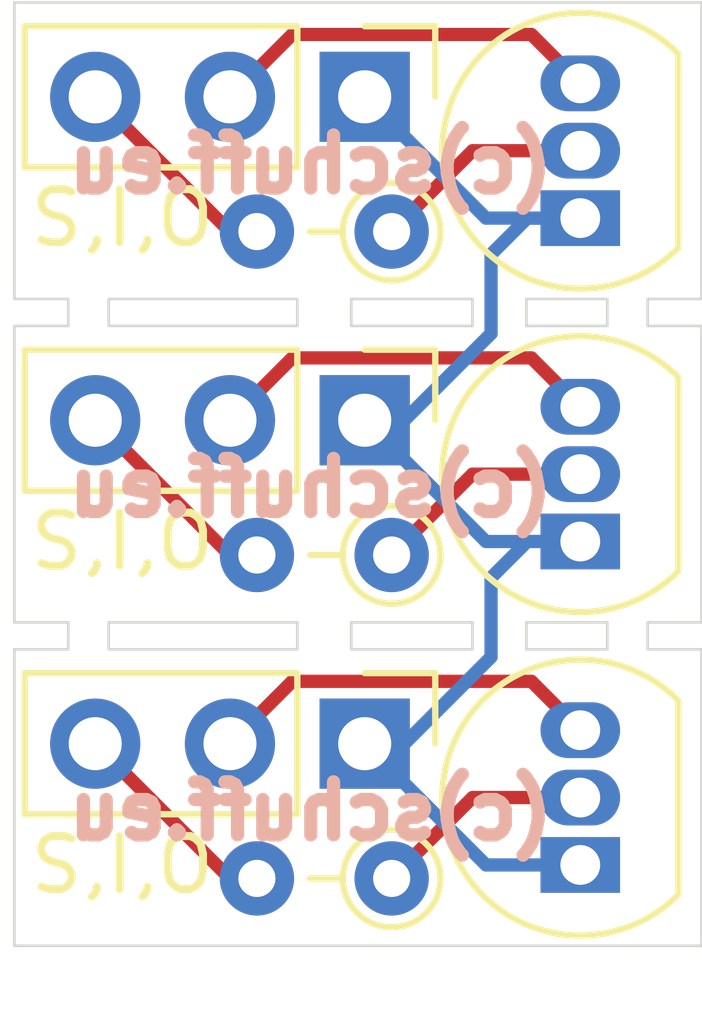
<source format=kicad_pcb>
(kicad_pcb (version 20171130) (host pcbnew "(5.1.9)-1")

  (general
    (thickness 1.6)
    (drawings 51)
    (tracks 37)
    (zones 0)
    (modules 9)
    (nets 5)
  )

  (page A4)
  (layers
    (0 F.Cu signal)
    (31 B.Cu signal)
    (32 B.Adhes user hide)
    (33 F.Adhes user hide)
    (34 B.Paste user hide)
    (35 F.Paste user hide)
    (36 B.SilkS user)
    (37 F.SilkS user)
    (38 B.Mask user hide)
    (39 F.Mask user)
    (40 Dwgs.User user hide)
    (41 Cmts.User user hide)
    (42 Eco1.User user hide)
    (43 Eco2.User user hide)
    (44 Edge.Cuts user)
    (45 Margin user hide)
    (46 B.CrtYd user hide)
    (47 F.CrtYd user hide)
    (48 B.Fab user hide)
    (49 F.Fab user hide)
  )

  (setup
    (last_trace_width 0.25)
    (trace_clearance 0.2)
    (zone_clearance 0.508)
    (zone_45_only no)
    (trace_min 0.2)
    (via_size 0.8)
    (via_drill 0.4)
    (via_min_size 0.4)
    (via_min_drill 0.3)
    (uvia_size 0.3)
    (uvia_drill 0.1)
    (uvias_allowed no)
    (uvia_min_size 0.2)
    (uvia_min_drill 0.1)
    (edge_width 0.05)
    (segment_width 0.2)
    (pcb_text_width 0.3)
    (pcb_text_size 1.5 1.5)
    (mod_edge_width 0.12)
    (mod_text_size 1 1)
    (mod_text_width 0.15)
    (pad_size 1.7 1.7)
    (pad_drill 1)
    (pad_to_mask_clearance 0)
    (aux_axis_origin 0 0)
    (visible_elements 7FFFFFFF)
    (pcbplotparams
      (layerselection 0x010fc_ffffffff)
      (usegerberextensions false)
      (usegerberattributes true)
      (usegerberadvancedattributes true)
      (creategerberjobfile true)
      (excludeedgelayer true)
      (linewidth 0.100000)
      (plotframeref false)
      (viasonmask false)
      (mode 1)
      (useauxorigin false)
      (hpglpennumber 1)
      (hpglpenspeed 20)
      (hpglpendiameter 15.000000)
      (psnegative false)
      (psa4output false)
      (plotreference true)
      (plotvalue true)
      (plotinvisibletext false)
      (padsonsilk false)
      (subtractmaskfromsilk false)
      (outputformat 1)
      (mirror false)
      (drillshape 0)
      (scaleselection 1)
      (outputdirectory "gerber/"))
  )

  (net 0 "")
  (net 1 "Net-(J1-Pad1)")
  (net 2 "Net-(Q1-Pad2)")
  (net 3 "Net-(J1-Pad2)")
  (net 4 "Net-(J1-Pad3)")

  (net_class Default "This is the default net class."
    (clearance 0.2)
    (trace_width 0.25)
    (via_dia 0.8)
    (via_drill 0.4)
    (uvia_dia 0.3)
    (uvia_drill 0.1)
    (add_net "Net-(J1-Pad1)")
    (add_net "Net-(J1-Pad2)")
    (add_net "Net-(J1-Pad3)")
    (add_net "Net-(Q1-Pad2)")
  )

  (module Resistor_THT:R_Axial_DIN0204_L3.6mm_D1.6mm_P2.54mm_Vertical (layer F.Cu) (tedit 5AE5139B) (tstamp 60CAC219)
    (at 138.938 95.25 180)
    (descr "Resistor, Axial_DIN0204 series, Axial, Vertical, pin pitch=2.54mm, 0.167W, length*diameter=3.6*1.6mm^2, http://cdn-reichelt.de/documents/datenblatt/B400/1_4W%23YAG.pdf")
    (tags "Resistor Axial_DIN0204 series Axial Vertical pin pitch 2.54mm 0.167W length 3.6mm diameter 1.6mm")
    (path /60CBC8D9)
    (fp_text reference R1 (at 1.27 -1.92) (layer F.SilkS) hide
      (effects (font (size 1 1) (thickness 0.15)))
    )
    (fp_text value 10 (at 1.27 1.92) (layer F.Fab)
      (effects (font (size 1 1) (thickness 0.15)))
    )
    (fp_circle (center 0 0) (end 0.8 0) (layer F.Fab) (width 0.1))
    (fp_circle (center 0 0) (end 0.92 0) (layer F.SilkS) (width 0.12))
    (fp_line (start 0 0) (end 2.54 0) (layer F.Fab) (width 0.1))
    (fp_line (start 0.92 0) (end 1.54 0) (layer F.SilkS) (width 0.12))
    (fp_line (start -1.05 -1.05) (end -1.05 1.05) (layer F.CrtYd) (width 0.05))
    (fp_line (start -1.05 1.05) (end 3.49 1.05) (layer F.CrtYd) (width 0.05))
    (fp_line (start 3.49 1.05) (end 3.49 -1.05) (layer F.CrtYd) (width 0.05))
    (fp_line (start 3.49 -1.05) (end -1.05 -1.05) (layer F.CrtYd) (width 0.05))
    (fp_text user %R (at 1.27 -1.92) (layer F.Fab)
      (effects (font (size 1 1) (thickness 0.15)))
    )
    (pad 2 thru_hole oval (at 2.54 0 180) (size 1.4 1.4) (drill 0.7) (layers *.Cu *.Mask))
    (pad 1 thru_hole circle (at 0 0 180) (size 1.4 1.4) (drill 0.7) (layers *.Cu *.Mask))
    (model ${KISYS3DMOD}/Resistor_THT.3dshapes/R_Axial_DIN0204_L3.6mm_D1.6mm_P2.54mm_Vertical.wrl
      (at (xyz 0 0 0))
      (scale (xyz 1 1 1))
      (rotate (xyz 0 0 0))
    )
  )

  (module Package_TO_SOT_THT:TO-92_Inline (layer F.Cu) (tedit 60CA5633) (tstamp 60CAC208)
    (at 142.494 94.996 90)
    (descr "TO-92 leads in-line, narrow, oval pads, drill 0.75mm (see NXP sot054_po.pdf)")
    (tags "to-92 sc-43 sc-43a sot54 PA33 transistor")
    (path /60CA4D7D)
    (fp_text reference Q1 (at 1.27 -3.56 90) (layer F.SilkS) hide
      (effects (font (size 1 1) (thickness 0.15)))
    )
    (fp_text value BC547 (at 1.27 2.79 90) (layer F.Fab)
      (effects (font (size 1 1) (thickness 0.15)))
    )
    (fp_line (start -0.53 1.85) (end 3.07 1.85) (layer F.SilkS) (width 0.12))
    (fp_line (start -0.5 1.75) (end 3 1.75) (layer F.Fab) (width 0.1))
    (fp_line (start -1.46 -2.73) (end 4 -2.73) (layer F.CrtYd) (width 0.05))
    (fp_line (start -1.46 -2.73) (end -1.46 2.01) (layer F.CrtYd) (width 0.05))
    (fp_line (start 4 2.01) (end 4 -2.73) (layer F.CrtYd) (width 0.05))
    (fp_line (start 4 2.01) (end -1.46 2.01) (layer F.CrtYd) (width 0.05))
    (fp_arc (start 1.27 0) (end 1.27 -2.6) (angle 135) (layer F.SilkS) (width 0.12))
    (fp_arc (start 1.27 0) (end 1.27 -2.48) (angle -135) (layer F.Fab) (width 0.1))
    (fp_arc (start 1.27 0) (end 1.27 -2.6) (angle -135) (layer F.SilkS) (width 0.12))
    (fp_arc (start 1.27 0) (end 1.27 -2.48) (angle 135) (layer F.Fab) (width 0.1))
    (fp_text user %R (at 1.27 0 90) (layer F.Fab)
      (effects (font (size 1 1) (thickness 0.15)))
    )
    (pad 1 thru_hole rect (at 0 0 90) (size 1.05 1.5) (drill 0.75) (layers *.Cu *.Mask)
      (net 1 "Net-(J1-Pad1)"))
    (pad 3 thru_hole oval (at 2.54 0 90) (size 1.05 1.5) (drill 0.75) (layers *.Cu *.Mask))
    (pad 2 thru_hole oval (at 1.27 0 90) (size 1.05 1.5) (drill 0.75) (layers *.Cu *.Mask))
    (model ${KISYS3DMOD}/Package_TO_SOT_THT.3dshapes/TO-92_Inline.wrl
      (at (xyz 0 0 0))
      (scale (xyz 1 1 1))
      (rotate (xyz 0 0 0))
    )
  )

  (module Connector_PinHeader_2.54mm:PinHeader_1x03_P2.54mm_Vertical (layer F.Cu) (tedit 60CA5641) (tstamp 60CAC1F1)
    (at 138.43 92.71 270)
    (descr "Through hole straight pin header, 1x03, 2.54mm pitch, single row")
    (tags "Through hole pin header THT 1x03 2.54mm single row")
    (path /60CCA8D9)
    (fp_text reference J1 (at 0 -2.33 90) (layer F.SilkS) hide
      (effects (font (size 1 1) (thickness 0.15)))
    )
    (fp_text value Conn_01x03_Male (at -0.254 -8.128 90) (layer F.Fab) hide
      (effects (font (size 1 1) (thickness 0.15)))
    )
    (fp_line (start 1.8 -1.8) (end -1.8 -1.8) (layer F.CrtYd) (width 0.05))
    (fp_line (start 1.8 6.85) (end 1.8 -1.8) (layer F.CrtYd) (width 0.05))
    (fp_line (start -1.8 6.85) (end 1.8 6.85) (layer F.CrtYd) (width 0.05))
    (fp_line (start -1.8 -1.8) (end -1.8 6.85) (layer F.CrtYd) (width 0.05))
    (fp_line (start -1.33 -1.33) (end 0 -1.33) (layer F.SilkS) (width 0.12))
    (fp_line (start -1.33 0) (end -1.33 -1.33) (layer F.SilkS) (width 0.12))
    (fp_line (start -1.33 1.27) (end 1.33 1.27) (layer F.SilkS) (width 0.12))
    (fp_line (start 1.33 1.27) (end 1.33 6.41) (layer F.SilkS) (width 0.12))
    (fp_line (start -1.33 1.27) (end -1.33 6.41) (layer F.SilkS) (width 0.12))
    (fp_line (start -1.33 6.41) (end 1.33 6.41) (layer F.SilkS) (width 0.12))
    (fp_line (start -1.27 -0.635) (end -0.635 -1.27) (layer F.Fab) (width 0.1))
    (fp_line (start -1.27 6.35) (end -1.27 -0.635) (layer F.Fab) (width 0.1))
    (fp_line (start 1.27 6.35) (end -1.27 6.35) (layer F.Fab) (width 0.1))
    (fp_line (start 1.27 -1.27) (end 1.27 6.35) (layer F.Fab) (width 0.1))
    (fp_line (start -0.635 -1.27) (end 1.27 -1.27) (layer F.Fab) (width 0.1))
    (fp_text user %R (at 0 2.54) (layer F.Fab)
      (effects (font (size 1 1) (thickness 0.15)))
    )
    (pad 3 thru_hole oval (at 0 5.08 270) (size 1.7 1.7) (drill 1) (layers *.Cu *.Mask))
    (pad 2 thru_hole oval (at 0 2.54 270) (size 1.7 1.7) (drill 1) (layers *.Cu *.Mask))
    (pad 1 thru_hole rect (at 0 0 270) (size 1.7 1.7) (drill 1) (layers *.Cu *.Mask)
      (net 1 "Net-(J1-Pad1)"))
    (model ${KISYS3DMOD}/Connector_PinHeader_2.54mm.3dshapes/PinHeader_1x03_P2.54mm_Vertical.wrl
      (at (xyz 0 0 0))
      (scale (xyz 1 1 1))
      (rotate (xyz 0 0 0))
    )
  )

  (module Resistor_THT:R_Axial_DIN0204_L3.6mm_D1.6mm_P2.54mm_Vertical (layer F.Cu) (tedit 5AE5139B) (tstamp 60CAC219)
    (at 138.938 107.442 180)
    (descr "Resistor, Axial_DIN0204 series, Axial, Vertical, pin pitch=2.54mm, 0.167W, length*diameter=3.6*1.6mm^2, http://cdn-reichelt.de/documents/datenblatt/B400/1_4W%23YAG.pdf")
    (tags "Resistor Axial_DIN0204 series Axial Vertical pin pitch 2.54mm 0.167W length 3.6mm diameter 1.6mm")
    (path /60CBC8D9)
    (fp_text reference R1 (at 1.27 -1.92) (layer F.SilkS) hide
      (effects (font (size 1 1) (thickness 0.15)))
    )
    (fp_text value 10 (at 1.27 1.92) (layer F.Fab)
      (effects (font (size 1 1) (thickness 0.15)))
    )
    (fp_circle (center 0 0) (end 0.8 0) (layer F.Fab) (width 0.1))
    (fp_circle (center 0 0) (end 0.92 0) (layer F.SilkS) (width 0.12))
    (fp_line (start 0 0) (end 2.54 0) (layer F.Fab) (width 0.1))
    (fp_line (start 0.92 0) (end 1.54 0) (layer F.SilkS) (width 0.12))
    (fp_line (start -1.05 -1.05) (end -1.05 1.05) (layer F.CrtYd) (width 0.05))
    (fp_line (start -1.05 1.05) (end 3.49 1.05) (layer F.CrtYd) (width 0.05))
    (fp_line (start 3.49 1.05) (end 3.49 -1.05) (layer F.CrtYd) (width 0.05))
    (fp_line (start 3.49 -1.05) (end -1.05 -1.05) (layer F.CrtYd) (width 0.05))
    (fp_text user %R (at 1.27 -1.92) (layer F.Fab)
      (effects (font (size 1 1) (thickness 0.15)))
    )
    (pad 2 thru_hole oval (at 2.54 0 180) (size 1.4 1.4) (drill 0.7) (layers *.Cu *.Mask))
    (pad 1 thru_hole circle (at 0 0 180) (size 1.4 1.4) (drill 0.7) (layers *.Cu *.Mask))
    (model ${KISYS3DMOD}/Resistor_THT.3dshapes/R_Axial_DIN0204_L3.6mm_D1.6mm_P2.54mm_Vertical.wrl
      (at (xyz 0 0 0))
      (scale (xyz 1 1 1))
      (rotate (xyz 0 0 0))
    )
  )

  (module Package_TO_SOT_THT:TO-92_Inline (layer F.Cu) (tedit 60CA5659) (tstamp 60CAC208)
    (at 142.494 107.188 90)
    (descr "TO-92 leads in-line, narrow, oval pads, drill 0.75mm (see NXP sot054_po.pdf)")
    (tags "to-92 sc-43 sc-43a sot54 PA33 transistor")
    (path /60CA4D7D)
    (fp_text reference Q1 (at 1.27 -3.56 90) (layer F.SilkS) hide
      (effects (font (size 1 1) (thickness 0.15)))
    )
    (fp_text value BC547 (at 1.27 2.79 90) (layer F.Fab)
      (effects (font (size 1 1) (thickness 0.15)))
    )
    (fp_line (start -0.53 1.85) (end 3.07 1.85) (layer F.SilkS) (width 0.12))
    (fp_line (start -0.5 1.75) (end 3 1.75) (layer F.Fab) (width 0.1))
    (fp_line (start -1.46 -2.73) (end 4 -2.73) (layer F.CrtYd) (width 0.05))
    (fp_line (start -1.46 -2.73) (end -1.46 2.01) (layer F.CrtYd) (width 0.05))
    (fp_line (start 4 2.01) (end 4 -2.73) (layer F.CrtYd) (width 0.05))
    (fp_line (start 4 2.01) (end -1.46 2.01) (layer F.CrtYd) (width 0.05))
    (fp_arc (start 1.27 0) (end 1.27 -2.6) (angle 135) (layer F.SilkS) (width 0.12))
    (fp_arc (start 1.27 0) (end 1.27 -2.48) (angle -135) (layer F.Fab) (width 0.1))
    (fp_arc (start 1.27 0) (end 1.27 -2.6) (angle -135) (layer F.SilkS) (width 0.12))
    (fp_arc (start 1.27 0) (end 1.27 -2.48) (angle 135) (layer F.Fab) (width 0.1))
    (fp_text user %R (at 1.27 0 90) (layer F.Fab)
      (effects (font (size 1 1) (thickness 0.15)))
    )
    (pad 1 thru_hole rect (at 0 0 90) (size 1.05 1.5) (drill 0.75) (layers *.Cu *.Mask)
      (net 1 "Net-(J1-Pad1)"))
    (pad 3 thru_hole oval (at 2.54 0 90) (size 1.05 1.5) (drill 0.75) (layers *.Cu *.Mask))
    (pad 2 thru_hole oval (at 1.27 0 90) (size 1.05 1.5) (drill 0.75) (layers *.Cu *.Mask))
    (model ${KISYS3DMOD}/Package_TO_SOT_THT.3dshapes/TO-92_Inline.wrl
      (at (xyz 0 0 0))
      (scale (xyz 1 1 1))
      (rotate (xyz 0 0 0))
    )
  )

  (module Connector_PinHeader_2.54mm:PinHeader_1x03_P2.54mm_Vertical (layer F.Cu) (tedit 60CA5660) (tstamp 60CAC96E)
    (at 138.43 104.902 270)
    (descr "Through hole straight pin header, 1x03, 2.54mm pitch, single row")
    (tags "Through hole pin header THT 1x03 2.54mm single row")
    (path /60CCA8D9)
    (fp_text reference J1 (at 0 -2.33 90) (layer F.SilkS) hide
      (effects (font (size 1 1) (thickness 0.15)))
    )
    (fp_text value Conn_01x03_Male (at -0.254 -8.128 90) (layer F.Fab) hide
      (effects (font (size 1 1) (thickness 0.15)))
    )
    (fp_line (start 1.8 -1.8) (end -1.8 -1.8) (layer F.CrtYd) (width 0.05))
    (fp_line (start 1.8 6.85) (end 1.8 -1.8) (layer F.CrtYd) (width 0.05))
    (fp_line (start -1.8 6.85) (end 1.8 6.85) (layer F.CrtYd) (width 0.05))
    (fp_line (start -1.8 -1.8) (end -1.8 6.85) (layer F.CrtYd) (width 0.05))
    (fp_line (start -1.33 -1.33) (end 0 -1.33) (layer F.SilkS) (width 0.12))
    (fp_line (start -1.33 0) (end -1.33 -1.33) (layer F.SilkS) (width 0.12))
    (fp_line (start -1.33 1.27) (end 1.33 1.27) (layer F.SilkS) (width 0.12))
    (fp_line (start 1.33 1.27) (end 1.33 6.41) (layer F.SilkS) (width 0.12))
    (fp_line (start -1.33 1.27) (end -1.33 6.41) (layer F.SilkS) (width 0.12))
    (fp_line (start -1.33 6.41) (end 1.33 6.41) (layer F.SilkS) (width 0.12))
    (fp_line (start -1.27 -0.635) (end -0.635 -1.27) (layer F.Fab) (width 0.1))
    (fp_line (start -1.27 6.35) (end -1.27 -0.635) (layer F.Fab) (width 0.1))
    (fp_line (start 1.27 6.35) (end -1.27 6.35) (layer F.Fab) (width 0.1))
    (fp_line (start 1.27 -1.27) (end 1.27 6.35) (layer F.Fab) (width 0.1))
    (fp_line (start -0.635 -1.27) (end 1.27 -1.27) (layer F.Fab) (width 0.1))
    (fp_text user %R (at 0 2.54) (layer F.Fab)
      (effects (font (size 1 1) (thickness 0.15)))
    )
    (pad 3 thru_hole oval (at 0 5.08 270) (size 1.7 1.7) (drill 1) (layers *.Cu *.Mask))
    (pad 2 thru_hole oval (at 0 2.54 270) (size 1.7 1.7) (drill 1) (layers *.Cu *.Mask))
    (pad 1 thru_hole rect (at 0 0 270) (size 1.7 1.7) (drill 1) (layers *.Cu *.Mask)
      (net 1 "Net-(J1-Pad1)"))
    (model ${KISYS3DMOD}/Connector_PinHeader_2.54mm.3dshapes/PinHeader_1x03_P2.54mm_Vertical.wrl
      (at (xyz 0 0 0))
      (scale (xyz 1 1 1))
      (rotate (xyz 0 0 0))
    )
  )

  (module Package_TO_SOT_THT:TO-92_Inline (layer F.Cu) (tedit 5A1DD157) (tstamp 60CAB73C)
    (at 142.494 101.092 90)
    (descr "TO-92 leads in-line, narrow, oval pads, drill 0.75mm (see NXP sot054_po.pdf)")
    (tags "to-92 sc-43 sc-43a sot54 PA33 transistor")
    (path /60CA4D7D)
    (fp_text reference Q1 (at 1.27 -3.56 90) (layer F.SilkS) hide
      (effects (font (size 1 1) (thickness 0.15)))
    )
    (fp_text value BC547 (at 1.27 2.79 90) (layer F.Fab)
      (effects (font (size 1 1) (thickness 0.15)))
    )
    (fp_line (start -0.53 1.85) (end 3.07 1.85) (layer F.SilkS) (width 0.12))
    (fp_line (start -0.5 1.75) (end 3 1.75) (layer F.Fab) (width 0.1))
    (fp_line (start -1.46 -2.73) (end 4 -2.73) (layer F.CrtYd) (width 0.05))
    (fp_line (start -1.46 -2.73) (end -1.46 2.01) (layer F.CrtYd) (width 0.05))
    (fp_line (start 4 2.01) (end 4 -2.73) (layer F.CrtYd) (width 0.05))
    (fp_line (start 4 2.01) (end -1.46 2.01) (layer F.CrtYd) (width 0.05))
    (fp_text user %R (at 1.27 0 90) (layer F.Fab)
      (effects (font (size 1 1) (thickness 0.15)))
    )
    (fp_arc (start 1.27 0) (end 1.27 -2.48) (angle 135) (layer F.Fab) (width 0.1))
    (fp_arc (start 1.27 0) (end 1.27 -2.6) (angle -135) (layer F.SilkS) (width 0.12))
    (fp_arc (start 1.27 0) (end 1.27 -2.48) (angle -135) (layer F.Fab) (width 0.1))
    (fp_arc (start 1.27 0) (end 1.27 -2.6) (angle 135) (layer F.SilkS) (width 0.12))
    (pad 2 thru_hole oval (at 1.27 0 90) (size 1.05 1.5) (drill 0.75) (layers *.Cu *.Mask)
      (net 2 "Net-(Q1-Pad2)"))
    (pad 3 thru_hole oval (at 2.54 0 90) (size 1.05 1.5) (drill 0.75) (layers *.Cu *.Mask)
      (net 3 "Net-(J1-Pad2)"))
    (pad 1 thru_hole rect (at 0 0 90) (size 1.05 1.5) (drill 0.75) (layers *.Cu *.Mask)
      (net 1 "Net-(J1-Pad1)"))
    (model ${KISYS3DMOD}/Package_TO_SOT_THT.3dshapes/TO-92_Inline.wrl
      (at (xyz 0 0 0))
      (scale (xyz 1 1 1))
      (rotate (xyz 0 0 0))
    )
  )

  (module Resistor_THT:R_Axial_DIN0204_L3.6mm_D1.6mm_P2.54mm_Vertical (layer F.Cu) (tedit 5AE5139B) (tstamp 60CAC51A)
    (at 138.938 101.346 180)
    (descr "Resistor, Axial_DIN0204 series, Axial, Vertical, pin pitch=2.54mm, 0.167W, length*diameter=3.6*1.6mm^2, http://cdn-reichelt.de/documents/datenblatt/B400/1_4W%23YAG.pdf")
    (tags "Resistor Axial_DIN0204 series Axial Vertical pin pitch 2.54mm 0.167W length 3.6mm diameter 1.6mm")
    (path /60CBC8D9)
    (fp_text reference R1 (at 1.27 -1.92) (layer F.SilkS) hide
      (effects (font (size 1 1) (thickness 0.15)))
    )
    (fp_text value 10 (at 1.27 1.92) (layer F.Fab)
      (effects (font (size 1 1) (thickness 0.15)))
    )
    (fp_circle (center 0 0) (end 0.8 0) (layer F.Fab) (width 0.1))
    (fp_circle (center 0 0) (end 0.92 0) (layer F.SilkS) (width 0.12))
    (fp_line (start 0 0) (end 2.54 0) (layer F.Fab) (width 0.1))
    (fp_line (start 0.92 0) (end 1.54 0) (layer F.SilkS) (width 0.12))
    (fp_line (start -1.05 -1.05) (end -1.05 1.05) (layer F.CrtYd) (width 0.05))
    (fp_line (start -1.05 1.05) (end 3.49 1.05) (layer F.CrtYd) (width 0.05))
    (fp_line (start 3.49 1.05) (end 3.49 -1.05) (layer F.CrtYd) (width 0.05))
    (fp_line (start 3.49 -1.05) (end -1.05 -1.05) (layer F.CrtYd) (width 0.05))
    (fp_text user %R (at 1.27 -1.92) (layer F.Fab)
      (effects (font (size 1 1) (thickness 0.15)))
    )
    (pad 1 thru_hole circle (at 0 0 180) (size 1.4 1.4) (drill 0.7) (layers *.Cu *.Mask)
      (net 2 "Net-(Q1-Pad2)"))
    (pad 2 thru_hole oval (at 2.54 0 180) (size 1.4 1.4) (drill 0.7) (layers *.Cu *.Mask)
      (net 4 "Net-(J1-Pad3)"))
    (model ${KISYS3DMOD}/Resistor_THT.3dshapes/R_Axial_DIN0204_L3.6mm_D1.6mm_P2.54mm_Vertical.wrl
      (at (xyz 0 0 0))
      (scale (xyz 1 1 1))
      (rotate (xyz 0 0 0))
    )
  )

  (module Connector_PinHeader_2.54mm:PinHeader_1x03_P2.54mm_Vertical (layer F.Cu) (tedit 59FED5CC) (tstamp 60CABB8B)
    (at 138.43 98.806 270)
    (descr "Through hole straight pin header, 1x03, 2.54mm pitch, single row")
    (tags "Through hole pin header THT 1x03 2.54mm single row")
    (path /60CCA8D9)
    (fp_text reference J1 (at 0 -2.33 90) (layer F.SilkS) hide
      (effects (font (size 1 1) (thickness 0.15)))
    )
    (fp_text value Conn_01x03_Male (at -0.254 -8.128 90) (layer F.Fab) hide
      (effects (font (size 1 1) (thickness 0.15)))
    )
    (fp_line (start 1.8 -1.8) (end -1.8 -1.8) (layer F.CrtYd) (width 0.05))
    (fp_line (start 1.8 6.85) (end 1.8 -1.8) (layer F.CrtYd) (width 0.05))
    (fp_line (start -1.8 6.85) (end 1.8 6.85) (layer F.CrtYd) (width 0.05))
    (fp_line (start -1.8 -1.8) (end -1.8 6.85) (layer F.CrtYd) (width 0.05))
    (fp_line (start -1.33 -1.33) (end 0 -1.33) (layer F.SilkS) (width 0.12))
    (fp_line (start -1.33 0) (end -1.33 -1.33) (layer F.SilkS) (width 0.12))
    (fp_line (start -1.33 1.27) (end 1.33 1.27) (layer F.SilkS) (width 0.12))
    (fp_line (start 1.33 1.27) (end 1.33 6.41) (layer F.SilkS) (width 0.12))
    (fp_line (start -1.33 1.27) (end -1.33 6.41) (layer F.SilkS) (width 0.12))
    (fp_line (start -1.33 6.41) (end 1.33 6.41) (layer F.SilkS) (width 0.12))
    (fp_line (start -1.27 -0.635) (end -0.635 -1.27) (layer F.Fab) (width 0.1))
    (fp_line (start -1.27 6.35) (end -1.27 -0.635) (layer F.Fab) (width 0.1))
    (fp_line (start 1.27 6.35) (end -1.27 6.35) (layer F.Fab) (width 0.1))
    (fp_line (start 1.27 -1.27) (end 1.27 6.35) (layer F.Fab) (width 0.1))
    (fp_line (start -0.635 -1.27) (end 1.27 -1.27) (layer F.Fab) (width 0.1))
    (fp_text user %R (at 0 2.54) (layer F.Fab)
      (effects (font (size 1 1) (thickness 0.15)))
    )
    (pad 1 thru_hole rect (at 0 0 270) (size 1.7 1.7) (drill 1) (layers *.Cu *.Mask)
      (net 1 "Net-(J1-Pad1)"))
    (pad 2 thru_hole oval (at 0 2.54 270) (size 1.7 1.7) (drill 1) (layers *.Cu *.Mask)
      (net 3 "Net-(J1-Pad2)"))
    (pad 3 thru_hole oval (at 0 5.08 270) (size 1.7 1.7) (drill 1) (layers *.Cu *.Mask)
      (net 4 "Net-(J1-Pad3)"))
    (model ${KISYS3DMOD}/Connector_PinHeader_2.54mm.3dshapes/PinHeader_1x03_P2.54mm_Vertical.wrl
      (at (xyz 0 0 0))
      (scale (xyz 1 1 1))
      (rotate (xyz 0 0 0))
    )
  )

  (gr_poly (pts (xy 147.066 89.154) (xy 146.558 110.744) (xy 129.794 110.998) (xy 129.286 89.154) (xy 129.54 88.9)) (layer Dwgs.User) (width 0.1))
  (gr_line (start 143.764 103.124) (end 144.78 103.124) (layer Edge.Cuts) (width 0.05) (tstamp 60CAC652))
  (gr_line (start 143.764 102.616) (end 143.764 103.124) (layer Edge.Cuts) (width 0.05))
  (gr_line (start 144.78 102.616) (end 143.764 102.616) (layer Edge.Cuts) (width 0.05))
  (gr_line (start 143.002 102.616) (end 141.478 102.616) (layer Edge.Cuts) (width 0.05) (tstamp 60CAC651))
  (gr_line (start 143.002 103.124) (end 143.002 102.616) (layer Edge.Cuts) (width 0.05))
  (gr_line (start 141.478 103.124) (end 143.002 103.124) (layer Edge.Cuts) (width 0.05))
  (gr_line (start 141.478 102.616) (end 141.478 103.124) (layer Edge.Cuts) (width 0.05))
  (gr_line (start 140.462 96.52) (end 140.462 97.028) (layer Edge.Cuts) (width 0.05))
  (gr_line (start 138.176 103.124) (end 138.176 102.616) (layer Edge.Cuts) (width 0.05) (tstamp 60CAC64F))
  (gr_line (start 140.462 103.124) (end 138.176 103.124) (layer Edge.Cuts) (width 0.05))
  (gr_line (start 140.462 102.616) (end 140.462 103.124) (layer Edge.Cuts) (width 0.05))
  (gr_line (start 138.176 102.616) (end 140.462 102.616) (layer Edge.Cuts) (width 0.05))
  (gr_line (start 133.604 103.124) (end 133.604 102.616) (layer Edge.Cuts) (width 0.05) (tstamp 60CAC64E))
  (gr_line (start 137.16 103.124) (end 133.604 103.124) (layer Edge.Cuts) (width 0.05))
  (gr_line (start 137.16 102.616) (end 137.16 103.124) (layer Edge.Cuts) (width 0.05))
  (gr_line (start 133.604 102.616) (end 137.16 102.616) (layer Edge.Cuts) (width 0.05))
  (gr_line (start 138.176 97.028) (end 138.176 96.52) (layer Edge.Cuts) (width 0.05) (tstamp 60CAC603))
  (gr_line (start 140.462 97.028) (end 138.176 97.028) (layer Edge.Cuts) (width 0.05) (tstamp 60CAC7EA))
  (gr_line (start 138.176 96.52) (end 140.462 96.52) (layer Edge.Cuts) (width 0.05))
  (gr_line (start 133.604 97.028) (end 133.604 96.52) (layer Edge.Cuts) (width 0.05) (tstamp 60CAC602))
  (gr_line (start 137.16 97.028) (end 133.604 97.028) (layer Edge.Cuts) (width 0.05))
  (gr_line (start 137.16 96.52) (end 137.16 97.028) (layer Edge.Cuts) (width 0.05))
  (gr_line (start 133.604 96.52) (end 137.16 96.52) (layer Edge.Cuts) (width 0.05))
  (gr_line (start 143.002 97.028) (end 143.002 96.52) (layer Edge.Cuts) (width 0.05) (tstamp 60CAC601))
  (gr_line (start 141.478 97.028) (end 143.002 97.028) (layer Edge.Cuts) (width 0.05))
  (gr_line (start 141.478 96.52) (end 141.478 97.028) (layer Edge.Cuts) (width 0.05))
  (gr_line (start 143.002 96.52) (end 141.478 96.52) (layer Edge.Cuts) (width 0.05))
  (gr_line (start 143.764 97.028) (end 144.78 97.028) (layer Edge.Cuts) (width 0.05) (tstamp 60CAC600))
  (gr_line (start 143.764 96.52) (end 143.764 97.028) (layer Edge.Cuts) (width 0.05))
  (gr_line (start 144.78 96.52) (end 143.764 96.52) (layer Edge.Cuts) (width 0.05))
  (gr_line (start 132.842 97.028) (end 131.826 97.028) (layer Edge.Cuts) (width 0.05) (tstamp 60CAC5EC))
  (gr_line (start 132.842 96.52) (end 132.842 97.028) (layer Edge.Cuts) (width 0.05))
  (gr_line (start 131.826 96.52) (end 132.842 96.52) (layer Edge.Cuts) (width 0.05))
  (gr_line (start 132.842 103.124) (end 131.826 103.124) (layer Edge.Cuts) (width 0.05) (tstamp 60CAC5EB))
  (gr_line (start 132.842 102.616) (end 132.842 103.124) (layer Edge.Cuts) (width 0.05))
  (gr_line (start 131.826 102.616) (end 132.842 102.616) (layer Edge.Cuts) (width 0.05))
  (gr_text S,I,O (at 133.858 94.996) (layer F.SilkS) (tstamp 60CAC207)
    (effects (font (size 1 1) (thickness 0.15)))
  )
  (gr_line (start 131.826 90.932) (end 144.78 90.932) (layer Edge.Cuts) (width 0.05) (tstamp 60CAC1F0))
  (gr_line (start 144.78 90.932) (end 144.78 96.52) (layer Edge.Cuts) (width 0.05) (tstamp 60CAC1EE))
  (gr_line (start 131.826 96.52) (end 131.826 90.932) (layer Edge.Cuts) (width 0.05) (tstamp 60CAC1ED))
  (gr_text "(c)schuff.eu" (at 137.414 93.98) (layer B.SilkS) (tstamp 60CAC1EC)
    (effects (font (size 1 1) (thickness 0.25)) (justify mirror))
  )
  (gr_text S,I,O (at 133.858 107.188) (layer F.SilkS) (tstamp 60CAC207)
    (effects (font (size 1 1) (thickness 0.15)))
  )
  (gr_line (start 144.78 108.712) (end 131.826 108.712) (layer Edge.Cuts) (width 0.05) (tstamp 60CAC1EF))
  (gr_line (start 144.78 103.124) (end 144.78 108.712) (layer Edge.Cuts) (width 0.05) (tstamp 60CAC1EE))
  (gr_line (start 131.826 108.712) (end 131.826 103.124) (layer Edge.Cuts) (width 0.05) (tstamp 60CAC1ED))
  (gr_text "(c)schuff.eu" (at 137.414 106.172) (layer B.SilkS) (tstamp 60CAC1EC)
    (effects (font (size 1 1) (thickness 0.25)) (justify mirror))
  )
  (gr_text "(c)schuff.eu" (at 137.414 100.076) (layer B.SilkS) (tstamp 60CAC549)
    (effects (font (size 1 1) (thickness 0.25)) (justify mirror))
  )
  (gr_line (start 144.78 97.028) (end 144.78 102.616) (layer Edge.Cuts) (width 0.05) (tstamp 60CAC01E))
  (gr_text S,I,O (at 133.858 101.092) (layer F.SilkS) (tstamp 60CAC537)
    (effects (font (size 1 1) (thickness 0.15)))
  )
  (gr_line (start 131.826 102.616) (end 131.826 97.028) (layer Edge.Cuts) (width 0.05) (tstamp 60CABE55))

  (segment (start 138.938 107.442) (end 140.462 105.918) (width 0.25) (layer F.Cu) (net 0) (tstamp 60CAC227))
  (segment (start 140.462 105.918) (end 142.494 105.918) (width 0.25) (layer F.Cu) (net 0) (tstamp 60CAC229))
  (segment (start 137.065001 103.726999) (end 141.572999 103.726999) (width 0.25) (layer F.Cu) (net 0) (tstamp 60CAC22B))
  (segment (start 141.572999 103.726999) (end 142.494 104.648) (width 0.25) (layer F.Cu) (net 0) (tstamp 60CAC22C))
  (segment (start 135.89 104.902) (end 137.065001 103.726999) (width 0.25) (layer F.Cu) (net 0) (tstamp 60CAC22E))
  (segment (start 135.89 107.442) (end 136.398 107.442) (width 0.25) (layer F.Cu) (net 0) (tstamp 60CAC228))
  (segment (start 133.35 104.902) (end 135.89 107.442) (width 0.25) (layer F.Cu) (net 0) (tstamp 60CAC22A))
  (segment (start 138.938 95.25) (end 140.462 93.726) (width 0.25) (layer F.Cu) (net 0) (tstamp 60CAC227))
  (segment (start 140.462 93.726) (end 142.494 93.726) (width 0.25) (layer F.Cu) (net 0) (tstamp 60CAC229))
  (segment (start 137.065001 91.534999) (end 141.572999 91.534999) (width 0.25) (layer F.Cu) (net 0) (tstamp 60CAC22B))
  (segment (start 141.572999 91.534999) (end 142.494 92.456) (width 0.25) (layer F.Cu) (net 0) (tstamp 60CAC22C))
  (segment (start 135.89 92.71) (end 137.065001 91.534999) (width 0.25) (layer F.Cu) (net 0) (tstamp 60CAC22E))
  (segment (start 135.89 95.25) (end 136.398 95.25) (width 0.25) (layer F.Cu) (net 0) (tstamp 60CAC228))
  (segment (start 133.35 92.71) (end 135.89 95.25) (width 0.25) (layer F.Cu) (net 0) (tstamp 60CAC22A))
  (segment (start 140.716 94.996) (end 142.494 94.996) (width 0.25) (layer B.Cu) (net 1))
  (segment (start 138.43 92.71) (end 140.716 94.996) (width 0.25) (layer B.Cu) (net 1))
  (segment (start 139.178988 98.806) (end 138.43 98.806) (width 0.25) (layer B.Cu) (net 1))
  (segment (start 140.81201 97.172978) (end 139.178988 98.806) (width 0.25) (layer B.Cu) (net 1))
  (segment (start 140.81201 95.67799) (end 140.81201 97.172978) (width 0.25) (layer B.Cu) (net 1))
  (segment (start 141.494 94.996) (end 140.81201 95.67799) (width 0.25) (layer B.Cu) (net 1))
  (segment (start 142.494 94.996) (end 141.494 94.996) (width 0.25) (layer B.Cu) (net 1))
  (segment (start 140.716 101.092) (end 142.494 101.092) (width 0.25) (layer B.Cu) (net 1))
  (segment (start 138.43 98.806) (end 140.716 101.092) (width 0.25) (layer B.Cu) (net 1))
  (segment (start 139.178988 104.902) (end 138.43 104.902) (width 0.25) (layer B.Cu) (net 1))
  (segment (start 140.81201 103.268978) (end 139.178988 104.902) (width 0.25) (layer B.Cu) (net 1))
  (segment (start 140.81201 101.77399) (end 140.81201 103.268978) (width 0.25) (layer B.Cu) (net 1))
  (segment (start 141.494 101.092) (end 140.81201 101.77399) (width 0.25) (layer B.Cu) (net 1))
  (segment (start 142.494 101.092) (end 141.494 101.092) (width 0.25) (layer B.Cu) (net 1))
  (segment (start 140.716 107.188) (end 142.494 107.188) (width 0.25) (layer B.Cu) (net 1))
  (segment (start 138.43 104.902) (end 140.716 107.188) (width 0.25) (layer B.Cu) (net 1))
  (segment (start 140.462 99.822) (end 142.494 99.822) (width 0.25) (layer F.Cu) (net 2) (tstamp 60CAC504))
  (segment (start 138.938 101.346) (end 140.462 99.822) (width 0.25) (layer F.Cu) (net 2) (tstamp 60CAC50A))
  (segment (start 141.572999 97.630999) (end 142.494 98.552) (width 0.25) (layer F.Cu) (net 3) (tstamp 60CAC45C))
  (segment (start 137.065001 97.630999) (end 141.572999 97.630999) (width 0.25) (layer F.Cu) (net 3) (tstamp 60CAC45F))
  (segment (start 135.89 98.806) (end 137.065001 97.630999) (width 0.25) (layer F.Cu) (net 3) (tstamp 60CAC456))
  (segment (start 135.89 101.346) (end 136.398 101.346) (width 0.25) (layer F.Cu) (net 4) (tstamp 60CAC507))
  (segment (start 133.35 98.806) (end 135.89 101.346) (width 0.25) (layer F.Cu) (net 4) (tstamp 60CAC501))

)

</source>
